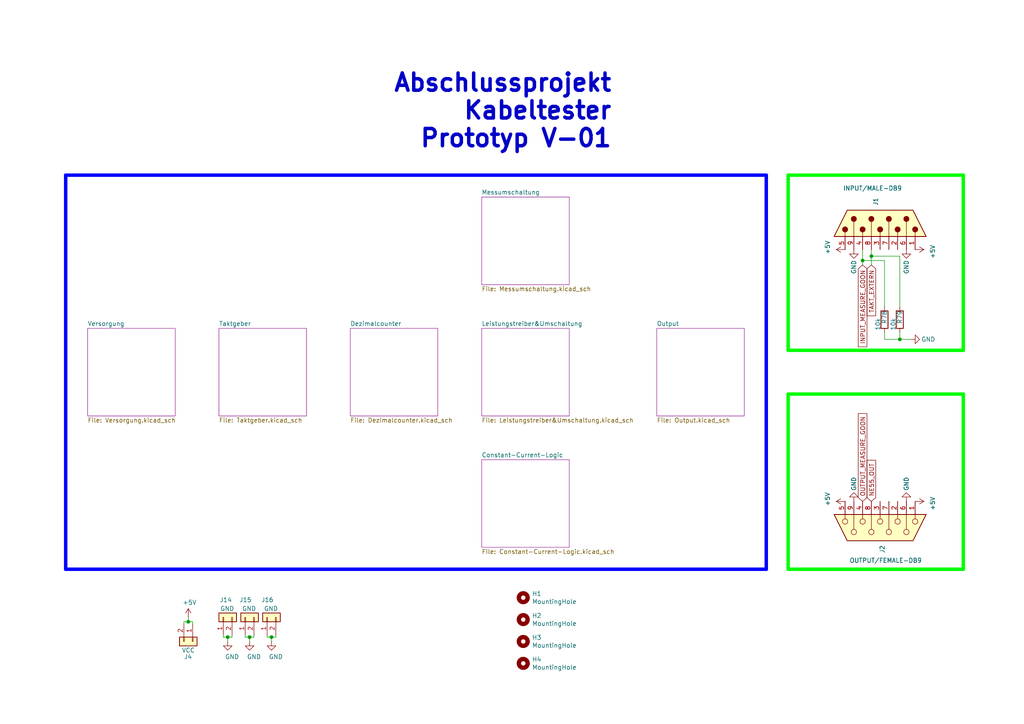
<source format=kicad_sch>
(kicad_sch (version 20210126) (generator eeschema)
  (paper "A4")
  (title_block (title "Kabeltester") (date "2021-04-12") (company "BMK Group") (comment 1 "Erstellt: Maximilian Hoffmann") (comment 2 "Geprüft: Robert Schulz"))
  (lib_symbols
    (symbol "Connector:DB9_Female" (pin_names (offset 1.016) hide)
      (property "Reference" "J" (at 0 13.97 0))
      (property "Value" "DB9_Female" (at 0 -14.605 0))
      (symbol "DB9_Female_0_1"
        (circle (center -1.778 -10.16) (radius 0.762))
        (circle (center -1.778 -5.08) (radius 0.762))
        (circle (center -1.778 0) (radius 0.762))
        (circle (center -1.778 5.08) (radius 0.762))
        (circle (center -1.778 10.16) (radius 0.762))
        (circle (center 1.27 -7.62) (radius 0.762))
        (circle (center 1.27 -2.54) (radius 0.762))
        (circle (center 1.27 2.54) (radius 0.762))
        (circle (center 1.27 7.62) (radius 0.762))
        (polyline (pts (xy -3.81 -10.16) (xy -2.54 -10.16)))
        (polyline (pts (xy -3.81 -7.62) (xy 0.508 -7.62)))
        (polyline (pts (xy -3.81 -5.08) (xy -2.54 -5.08)))
        (polyline (pts (xy -3.81 -2.54) (xy 0.508 -2.54)))
        (polyline (pts (xy -3.81 0) (xy -2.54 0)))
        (polyline (pts (xy -3.81 2.54) (xy 0.508 2.54)))
        (polyline (pts (xy -3.81 5.08) (xy -2.54 5.08)))
        (polyline (pts (xy -3.81 7.62) (xy 0.508 7.62)))
        (polyline (pts (xy -3.81 10.16) (xy -2.54 10.16)))
        (polyline (pts (xy -3.81 13.335) (xy -3.81 -13.335) (xy 3.81 -9.525) (xy 3.81 9.525) (xy -3.81 13.335)) (stroke (width 0.254)) (fill (type background)))
      )
      (symbol "DB9_Female_1_1"
        (pin passive line (at -7.62 10.16 0) (length 3.81) (name "1") (number "1"))
        (pin passive line (at -7.62 5.08 0) (length 3.81) (name "2") (number "2"))
        (pin passive line (at -7.62 0 0) (length 3.81) (name "3") (number "3"))
        (pin passive line (at -7.62 -5.08 0) (length 3.81) (name "4") (number "4"))
        (pin passive line (at -7.62 -10.16 0) (length 3.81) (name "5") (number "5"))
        (pin passive line (at -7.62 7.62 0) (length 3.81) (name "6") (number "6"))
        (pin passive line (at -7.62 2.54 0) (length 3.81) (name "7") (number "7"))
        (pin passive line (at -7.62 -2.54 0) (length 3.81) (name "8") (number "8"))
        (pin passive line (at -7.62 -7.62 0) (length 3.81) (name "9") (number "9"))
      )
    )
    (symbol "Connector:DB9_Male" (pin_names (offset 1.016) hide)
      (property "Reference" "J" (at 0 13.97 0))
      (property "Value" "DB9_Male" (at 0 -14.605 0))
      (symbol "DB9_Male_0_1"
        (circle (center -1.778 -10.16) (radius 0.762) (fill (type outline)))
        (circle (center -1.778 -5.08) (radius 0.762) (fill (type outline)))
        (circle (center -1.778 0) (radius 0.762) (fill (type outline)))
        (circle (center -1.778 5.08) (radius 0.762) (fill (type outline)))
        (circle (center -1.778 10.16) (radius 0.762) (fill (type outline)))
        (circle (center 1.27 -7.62) (radius 0.762) (fill (type outline)))
        (circle (center 1.27 -2.54) (radius 0.762) (fill (type outline)))
        (circle (center 1.27 2.54) (radius 0.762) (fill (type outline)))
        (circle (center 1.27 7.62) (radius 0.762) (fill (type outline)))
        (polyline (pts (xy -3.81 -10.16) (xy -2.54 -10.16)))
        (polyline (pts (xy -3.81 -7.62) (xy 0.508 -7.62)))
        (polyline (pts (xy -3.81 -5.08) (xy -2.54 -5.08)))
        (polyline (pts (xy -3.81 -2.54) (xy 0.508 -2.54)))
        (polyline (pts (xy -3.81 0) (xy -2.54 0)))
        (polyline (pts (xy -3.81 2.54) (xy 0.508 2.54)))
        (polyline (pts (xy -3.81 5.08) (xy -2.54 5.08)))
        (polyline (pts (xy -3.81 7.62) (xy 0.508 7.62)))
        (polyline (pts (xy -3.81 10.16) (xy -2.54 10.16)))
        (polyline (pts (xy -3.81 -13.335) (xy -3.81 13.335) (xy 3.81 9.525) (xy 3.81 -9.525) (xy -3.81 -13.335)) (stroke (width 0.254)) (fill (type background)))
      )
      (symbol "DB9_Male_1_1"
        (pin passive line (at -7.62 -10.16 0) (length 3.81) (name "1") (number "1"))
        (pin passive line (at -7.62 -5.08 0) (length 3.81) (name "2") (number "2"))
        (pin passive line (at -7.62 0 0) (length 3.81) (name "3") (number "3"))
        (pin passive line (at -7.62 5.08 0) (length 3.81) (name "4") (number "4"))
        (pin passive line (at -7.62 10.16 0) (length 3.81) (name "5") (number "5"))
        (pin passive line (at -7.62 -7.62 0) (length 3.81) (name "6") (number "6"))
        (pin passive line (at -7.62 -2.54 0) (length 3.81) (name "7") (number "7"))
        (pin passive line (at -7.62 2.54 0) (length 3.81) (name "8") (number "8"))
        (pin passive line (at -7.62 7.62 0) (length 3.81) (name "9") (number "9"))
      )
    )
    (symbol "Connector_Generic:Conn_01x02" (pin_names (offset 1.016) hide)
      (property "Reference" "J" (at 0 2.54 0))
      (property "Value" "Conn_01x02" (at 0 -5.08 0))
      (symbol "Conn_01x02_1_1"
        (rectangle (start -1.27 -2.413) (end 0 -2.667) (stroke (width 0.1524)))
        (rectangle (start -1.27 0.127) (end 0 -0.127) (stroke (width 0.1524)))
        (rectangle (start -1.27 1.27) (end 1.27 -3.81) (stroke (width 0.254)) (fill (type background)))
        (pin passive line (at -5.08 0 0) (length 3.81) (name "Pin_1") (number "1"))
        (pin passive line (at -5.08 -2.54 0) (length 3.81) (name "Pin_2") (number "2"))
      )
    )
    (symbol "Device:R_1" (pin_numbers hide) (pin_names (offset 0))
      (property "Reference" "R" (at 2.032 0 90))
      (property "Value" "R" (at 0 0 90))
      (symbol "R_1_0_1"
        (rectangle (start -1.016 -2.54) (end 1.016 2.54) (stroke (width 0.254)))
      )
      (symbol "R_1_1_1"
        (pin passive line (at 0 3.81 270) (length 1.27) (name "~") (number "1"))
        (pin passive line (at 0 -3.81 90) (length 1.27) (name "~") (number "2"))
      )
    )
    (symbol "Device:R_8" (pin_numbers hide) (pin_names (offset 0))
      (property "Reference" "R" (at 2.032 0 90))
      (property "Value" "R" (at 0 0 90))
      (symbol "R_8_0_1"
        (rectangle (start -1.016 -2.54) (end 1.016 2.54) (stroke (width 0.254)))
      )
      (symbol "R_8_1_1"
        (pin passive line (at 0 3.81 270) (length 1.27) (name "~") (number "1"))
        (pin passive line (at 0 -3.81 90) (length 1.27) (name "~") (number "2"))
      )
    )
    (symbol "Mechanical:MountingHole" (pin_names (offset 1.016))
      (property "Reference" "H" (at 0 5.08 0))
      (property "Value" "MountingHole" (at 0 3.175 0))
      (symbol "MountingHole_0_1"
        (circle (center 0 0) (radius 1.27) (stroke (width 1.27)))
      )
    )
    (symbol "power:+5V" (power) (pin_names (offset 0))
      (property "Value" "+5V" (at 0 3.556 0))
      (symbol "+5V_0_1"
        (polyline (pts (xy -0.762 1.27) (xy 0 2.54)))
        (polyline (pts (xy 0 0) (xy 0 2.54)))
        (polyline (pts (xy 0 2.54) (xy 0.762 1.27)))
      )
      (symbol "+5V_1_1"
        (pin power_in line (at 0 0 90) (length 0) hide (name "+5V") (number "1"))
      )
    )
    (symbol "power:GND" (power) (pin_names (offset 0))
      (property "Value" "GND" (at 0 -3.81 0))
      (symbol "GND_0_1"
        (polyline (pts (xy 0 0) (xy 0 -1.27) (xy 1.27 -1.27) (xy 0 -2.54) (xy -1.27 -1.27) (xy 0 -1.27)))
      )
      (symbol "GND_1_1"
        (pin power_in line (at 0 0 270) (length 0) hide (name "GND") (number "1"))
      )
    )
  )
  (junction (at 54.61 180.34) (diameter 0.9144))
  (junction (at 66.04 184.785) (diameter 0.9144))
  (junction (at 72.39 184.785) (diameter 0.9144))
  (junction (at 78.74 184.785) (diameter 0.9144))
  (junction (at 250.19 75.565) (diameter 0.9144))
  (junction (at 252.73 74.295) (diameter 0.9144))
  (junction (at 260.985 98.425) (diameter 0.9144))
  (wire (pts (xy 53.34 180.34) (xy 54.61 180.34)))
  (wire (pts (xy 53.34 180.975) (xy 53.34 180.34)))
  (wire (pts (xy 54.61 179.07) (xy 54.61 180.34)))
  (wire (pts (xy 54.61 180.34) (xy 55.88 180.34)))
  (wire (pts (xy 55.88 180.975) (xy 55.88 180.34)))
  (wire (pts (xy 64.77 184.15) (xy 64.77 184.785)))
  (wire (pts (xy 64.77 184.785) (xy 66.04 184.785)))
  (wire (pts (xy 66.04 184.785) (xy 66.04 186.055)))
  (wire (pts (xy 66.04 184.785) (xy 67.31 184.785)))
  (wire (pts (xy 67.31 184.785) (xy 67.31 184.15)))
  (wire (pts (xy 71.12 184.15) (xy 71.12 184.785)))
  (wire (pts (xy 71.12 184.785) (xy 72.39 184.785)))
  (wire (pts (xy 72.39 184.785) (xy 72.39 186.055)))
  (wire (pts (xy 72.39 184.785) (xy 73.66 184.785)))
  (wire (pts (xy 73.66 184.15) (xy 73.66 184.785)))
  (wire (pts (xy 77.47 184.15) (xy 77.47 184.785)))
  (wire (pts (xy 77.47 184.785) (xy 78.74 184.785)))
  (wire (pts (xy 78.74 184.785) (xy 78.74 186.055)))
  (wire (pts (xy 78.74 184.785) (xy 80.01 184.785)))
  (wire (pts (xy 80.01 184.15) (xy 80.01 184.785)))
  (wire (pts (xy 250.19 72.39) (xy 250.19 75.565)))
  (wire (pts (xy 250.19 75.565) (xy 250.19 76.835)))
  (wire (pts (xy 252.73 72.39) (xy 252.73 74.295)))
  (wire (pts (xy 252.73 74.295) (xy 252.73 76.835)))
  (wire (pts (xy 256.54 75.565) (xy 250.19 75.565)))
  (wire (pts (xy 256.54 88.9) (xy 256.54 75.565)))
  (wire (pts (xy 256.54 96.52) (xy 256.54 98.425)))
  (wire (pts (xy 256.54 98.425) (xy 260.985 98.425)))
  (wire (pts (xy 260.985 74.295) (xy 252.73 74.295)))
  (wire (pts (xy 260.985 88.9) (xy 260.985 74.295)))
  (wire (pts (xy 260.985 96.52) (xy 260.985 98.425)))
  (wire (pts (xy 260.985 98.425) (xy 264.16 98.425)))
  (polyline (pts (xy 19.05 50.8) (xy 19.05 165.1)) (stroke (width 1) (type solid) (color 0 0 255 1)))
  (polyline (pts (xy 19.05 50.8) (xy 222.25 50.8)) (stroke (width 1) (type solid) (color 0 0 255 1)))
  (polyline (pts (xy 222.25 50.8) (xy 222.25 165.1)) (stroke (width 1) (type solid) (color 0 0 255 1)))
  (polyline (pts (xy 222.25 165.1) (xy 19.05 165.1)) (stroke (width 1) (type solid) (color 0 0 255 1)))
  (polyline (pts (xy 228.6 50.8) (xy 228.6 101.6)) (stroke (width 1) (type solid) (color 0 255 0 1)))
  (polyline (pts (xy 228.6 50.8) (xy 279.4 50.8)) (stroke (width 1) (type solid) (color 0 255 0 1)))
  (polyline (pts (xy 228.6 114.3) (xy 228.6 165.1)) (stroke (width 1) (type solid) (color 0 255 0 1)))
  (polyline (pts (xy 228.6 114.3) (xy 279.4 114.3)) (stroke (width 1) (type solid) (color 0 255 0 1)))
  (polyline (pts (xy 279.4 50.8) (xy 279.4 101.6)) (stroke (width 1) (type solid) (color 0 255 0 1)))
  (polyline (pts (xy 279.4 101.6) (xy 228.6 101.6)) (stroke (width 1) (type solid) (color 0 255 0 1)))
  (polyline (pts (xy 279.4 114.3) (xy 279.4 165.1)) (stroke (width 1) (type solid) (color 0 255 0 1)))
  (polyline (pts (xy 279.4 165.1) (xy 228.6 165.1)) (stroke (width 1) (type solid) (color 0 255 0 1)))
  (text "Abschlussprojekt\nKabeltester\nPrototyp V-01\n" (at 177.8 43.18 180) (effects (font (size 5 5) (thickness 1) bold) (justify right bottom)))
  (global_label "INPUT_MEASURE_GOON" (shape input) (at 250.19 76.835 270) (property "Intersheet References" "${INTERSHEET_REFS}" (effects hide)))
  (global_label "OUTPUT_MEASURE_GOON" (shape input) (at 250.19 145.415 90) (property "Intersheet References" "${INTERSHEET_REFS}" (effects hide)))
  (global_label "TAKT_EXTERN" (shape input) (at 252.73 76.835 270) (property "Intersheet References" "${INTERSHEET_REFS}" (effects hide)))
  (global_label "NE55_OUT" (shape input) (at 252.73 145.415 90) (property "Intersheet References" "${INTERSHEET_REFS}" (effects hide)))
  (symbol (lib_id "power:+5V") (at 54.61 179.07 0) (unit 1)
    (property "Reference" "#PWR0102" (effects hide))
    (property "Value" "+5V" (at 54.9783 174.7456 0))
  )
  (symbol (lib_id "power:+5V") (at 245.11 72.39 90) (unit 1)
    (property "Reference" "#PWR015" (effects hide))
    (property "Value" "+5V" (at 240.03 71.755 0))
  )
  (symbol (lib_id "power:+5V") (at 245.11 145.415 90) (unit 1)
    (property "Reference" "#PWR016" (effects hide))
    (property "Value" "+5V" (at 240.03 144.78 0))
  )
  (symbol (lib_id "power:+5V") (at 265.43 72.39 270) (unit 1)
    (property "Reference" "#PWR021" (effects hide))
    (property "Value" "+5V" (at 270.51 73.025 0))
  )
  (symbol (lib_id "power:+5V") (at 265.43 145.415 270) (unit 1)
    (property "Reference" "#PWR022" (effects hide))
    (property "Value" "+5V" (at 270.51 146.05 0))
  )
  (symbol (lib_id "power:GND") (at 66.04 186.055 0) (unit 1)
    (property "Reference" "#PWR0101" (effects hide))
    (property "Value" "GND" (at 67.31 190.5 0))
  )
  (symbol (lib_id "power:GND") (at 72.39 186.055 0) (unit 1)
    (property "Reference" "#PWR0103" (effects hide))
    (property "Value" "GND" (at 73.66 190.5 0))
  )
  (symbol (lib_id "power:GND") (at 78.74 186.055 0) (unit 1)
    (property "Reference" "#PWR0104" (effects hide))
    (property "Value" "GND" (at 80.01 190.5 0))
  )
  (symbol (lib_id "power:GND") (at 247.65 72.39 0) (unit 1)
    (property "Reference" "#PWR017" (effects hide))
    (property "Value" "GND" (at 247.65 77.47 90))
  )
  (symbol (lib_id "power:GND") (at 247.65 145.415 180) (unit 1)
    (property "Reference" "#PWR018" (effects hide))
    (property "Value" "GND" (at 247.65 140.335 90))
  )
  (symbol (lib_id "power:GND") (at 262.89 72.39 0) (unit 1)
    (property "Reference" "#PWR019" (effects hide))
    (property "Value" "GND" (at 262.89 77.47 90))
  )
  (symbol (lib_id "power:GND") (at 262.89 145.415 180) (unit 1)
    (property "Reference" "#PWR020" (effects hide))
    (property "Value" "GND" (at 262.89 140.335 90))
  )
  (symbol (lib_id "power:GND") (at 264.16 98.425 90) (unit 1)
    (property "Reference" "#PWR07" (effects hide))
    (property "Value" "GND" (at 269.24 98.425 90))
  )
  (symbol (lib_id "Mechanical:MountingHole") (at 151.765 173.355 0) (unit 1)
    (property "Reference" "H1" (at 154.3051 172.2056 0) (effects (justify left)))
    (property "Value" "MountingHole" (at 154.3051 174.5043 0) (effects (justify left)))
    (property "Footprint" "MountingHole:MountingHole_3.2mm_M3_Pad_Via" (effects hide))
    (property "BMK-Nr" "-" (effects hide))
  )
  (symbol (lib_id "Mechanical:MountingHole") (at 151.765 179.705 0) (unit 1)
    (property "Reference" "H2" (at 154.3051 178.5556 0) (effects (justify left)))
    (property "Value" "MountingHole" (at 154.3051 180.8543 0) (effects (justify left)))
    (property "Footprint" "MountingHole:MountingHole_3.2mm_M3_Pad_Via" (effects hide))
    (property "BMK-Nr" "-" (effects hide))
  )
  (symbol (lib_id "Mechanical:MountingHole") (at 151.765 186.055 0) (unit 1)
    (property "Reference" "H3" (at 154.3051 184.9056 0) (effects (justify left)))
    (property "Value" "MountingHole" (at 154.3051 187.2043 0) (effects (justify left)))
    (property "Footprint" "MountingHole:MountingHole_3.2mm_M3_Pad_Via" (effects hide))
    (property "BMK-Nr" "-" (effects hide))
  )
  (symbol (lib_id "Mechanical:MountingHole") (at 151.765 192.405 0) (unit 1)
    (property "Reference" "H4" (at 154.3051 191.2556 0) (effects (justify left)))
    (property "Value" "MountingHole" (at 154.3051 193.5543 0) (effects (justify left)))
    (property "Footprint" "MountingHole:MountingHole_3.2mm_M3_Pad_Via" (effects hide))
    (property "BMK-Nr" "-" (effects hide))
  )
  (symbol (lib_name "Device:R_1") (lib_id "Device:R") (at 256.54 92.71 0) (unit 1)
    (property "Reference" "R78" (at 256.54 93.98 90) (effects (justify left)))
    (property "Value" "10k" (at 254.635 95.885 90) (effects (justify left)))
    (property "Footprint" "Resistor_SMD:R_0603_1608Metric_Pad0.98x0.95mm_HandSolder" (effects hide))
    (property "BMK-Nr" "BS" (effects hide))
    (property "Mouser" "-" (effects hide))
  )
  (symbol (lib_name "Device:R_8") (lib_id "Device:R") (at 260.985 92.71 0) (unit 1)
    (property "Reference" "R79" (at 260.985 93.98 90) (effects (justify left)))
    (property "Value" "10k" (at 259.08 95.885 90) (effects (justify left)))
    (property "Footprint" "Resistor_SMD:R_0603_1608Metric_Pad0.98x0.95mm_HandSolder" (effects hide))
    (property "BMK-Nr" "BS" (effects hide))
    (property "Mouser" "-" (effects hide))
  )
  (symbol (lib_id "Connector_Generic:Conn_01x02") (at 55.88 186.055 270) (unit 1)
    (property "Reference" "J4" (at 53.34 190.5 90) (effects (justify left)))
    (property "Value" "VCC" (at 52.705 188.595 90) (effects (justify left)))
    (property "Footprint" "Connector_PinHeader_2.54mm:PinHeader_1x02_P2.54mm_Vertical" (effects hide))
  )
  (symbol (lib_id "Connector_Generic:Conn_01x02") (at 64.77 179.07 90) (unit 1)
    (property "Reference" "J14" (at 67.31 173.99 90) (effects (justify left)))
    (property "Value" "GND" (at 67.945 176.53 90) (effects (justify left)))
    (property "Footprint" "Connector_PinHeader_2.54mm:PinHeader_1x02_P2.54mm_Vertical" (effects hide))
  )
  (symbol (lib_id "Connector_Generic:Conn_01x02") (at 71.12 179.07 90) (unit 1)
    (property "Reference" "J15" (at 73.025 173.99 90) (effects (justify left)))
    (property "Value" "GND" (at 74.295 176.53 90) (effects (justify left)))
    (property "Footprint" "Connector_PinHeader_2.54mm:PinHeader_1x02_P2.54mm_Vertical" (effects hide))
  )
  (symbol (lib_id "Connector_Generic:Conn_01x02") (at 77.47 179.07 90) (unit 1)
    (property "Reference" "J16" (at 79.375 173.99 90) (effects (justify left)))
    (property "Value" "GND" (at 80.645 176.53 90) (effects (justify left)))
    (property "Footprint" "Connector_PinHeader_2.54mm:PinHeader_1x02_P2.54mm_Vertical" (effects hide))
  )
  (symbol (lib_id "Connector:DB9_Male") (at 255.27 64.77 90) (unit 1)
    (property "Reference" "J1" (at 254 59.69 0) (effects (justify left)))
    (property "Value" "INPUT/MALE-DB9" (at 261.62 54.61 90) (effects (justify left)))
    (property "Footprint" "Connector_Dsub:DSUB-9_Male_Horizontal_P2.77x2.84mm_EdgePinOffset4.94mm_Housed_MountingHolesOffset7.48mm" (effects hide))
    (property "Datasheet" " ~" (effects hide))
    (property "BMK-Nr" "03-0250" (effects hide))
    (property "Mouser" "-" (effects hide))
  )
  (symbol (lib_id "Connector:DB9_Female") (at 255.27 153.035 270) (unit 1)
    (property "Reference" "J2" (at 255.905 158.115 0) (effects (justify left)))
    (property "Value" "OUTPUT/FEMALE-DB9" (at 246.38 162.56 90) (effects (justify left)))
    (property "Footprint" "Connector_Dsub:DSUB-9_Female_Horizontal_P2.77x2.84mm_EdgePinOffset4.94mm_Housed_MountingHolesOffset7.48mm" (effects hide))
    (property "Datasheet" " ~" (effects hide))
    (property "BMK-Nr" "03-1123" (effects hide))
    (property "Mouser" "-" (effects hide))
  )
  (sheet (at 139.7 133.35) (size 25.4 25.4) (stroke (width 0.001) (color 132 0 132 1)) (fill (color 255 255 255 0.0000))
    (property "Schaltplanname" "Constant-Current-Logic" (at 139.7 132.7141 0) (effects (justify left bottom)))
    (property "Dateiname Blatt" "Constant-Current-Logic.kicad_sch" (at 139.7 159.2589 0) (effects (justify left top)))
  )
  (sheet (at 101.6 95.25) (size 25.4 25.4) (stroke (width 0.001) (color 132 0 132 1)) (fill (color 255 255 255 0.0000))
    (property "Schaltplanname" "Dezimalcounter" (at 101.6 94.6141 0) (effects (justify left bottom)))
    (property "Dateiname Blatt" "Dezimalcounter.kicad_sch" (at 101.6 121.1589 0) (effects (justify left top)))
  )
  (sheet (at 139.7 95.25) (size 25.4 25.4) (stroke (width 0.001) (color 132 0 132 1)) (fill (color 255 255 255 0.0000))
    (property "Schaltplanname" "Leistungstreiber&Umschaltung" (at 139.7 94.6141 0) (effects (justify left bottom)))
    (property "Dateiname Blatt" "Leistungstreiber&Umschaltung.kicad_sch" (at 139.7 121.1589 0) (effects (justify left top)))
  )
  (sheet (at 139.7 57.15) (size 25.4 25.4) (stroke (width 0.001) (color 132 0 132 1)) (fill (color 255 255 255 0.0000))
    (property "Schaltplanname" "Messumschaltung" (at 139.7 56.5141 0) (effects (justify left bottom)))
    (property "Dateiname Blatt" "Messumschaltung.kicad_sch" (at 139.7 83.0589 0) (effects (justify left top)))
  )
  (sheet (at 190.5 95.25) (size 25.4 25.4) (stroke (width 0.001) (color 132 0 132 1)) (fill (color 255 255 255 0.0000))
    (property "Schaltplanname" "Output" (at 190.5 94.6141 0) (effects (justify left bottom)))
    (property "Dateiname Blatt" "Output.kicad_sch" (at 190.5 121.1589 0) (effects (justify left top)))
  )
  (sheet (at 63.5 95.25) (size 25.4 25.4) (stroke (width 0.001) (color 132 0 132 1)) (fill (color 255 255 255 0.0000))
    (property "Schaltplanname" "Taktgeber" (at 63.5 94.6141 0) (effects (justify left bottom)))
    (property "Dateiname Blatt" "Taktgeber.kicad_sch" (at 63.5 121.1589 0) (effects (justify left top)))
  )
  (sheet (at 25.4 95.25) (size 25.4 25.4) (stroke (width 0.001) (color 132 0 132 1)) (fill (color 255 255 255 0.0000))
    (property "Schaltplanname" "Versorgung" (at 25.4 94.6141 0) (effects (justify left bottom)))
    (property "Dateiname Blatt" "Versorgung.kicad_sch" (at 25.4 121.1589 0) (effects (justify left top)))
  )
)
</source>
